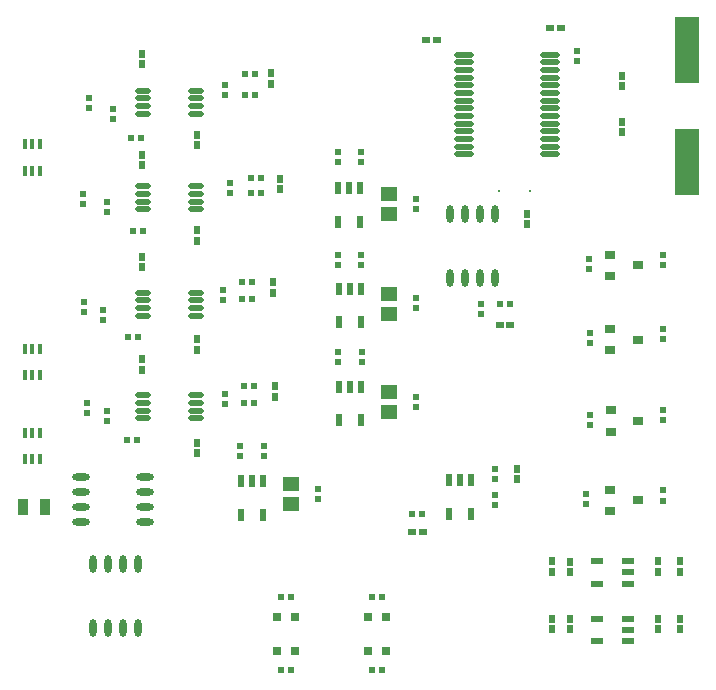
<source format=gtp>
G04 Layer_Color=8421504*
%FSLAX25Y25*%
%MOIN*%
G70*
G01*
G75*
%ADD11C,0.00787*%
%ADD12R,0.02362X0.02165*%
%ADD13R,0.03150X0.03150*%
%ADD14R,0.01575X0.03347*%
%ADD15O,0.05905X0.02362*%
%ADD16R,0.04331X0.02362*%
%ADD17R,0.03740X0.05512*%
%ADD18O,0.02362X0.05905*%
%ADD19R,0.03740X0.02559*%
%ADD20O,0.06496X0.01968*%
%ADD21O,0.05315X0.01968*%
%ADD22R,0.02165X0.02362*%
%ADD23R,0.02441X0.02598*%
%ADD24R,0.08268X0.22047*%
%ADD25R,0.02598X0.02441*%
%ADD26R,0.02362X0.04134*%
%ADD27R,0.05512X0.04724*%
D11*
X275996Y265354D02*
D03*
X286496D02*
D03*
D12*
X237106Y105512D02*
D03*
X233760D02*
D03*
X237106Y129921D02*
D03*
X233760D02*
D03*
X206791Y105512D02*
D03*
X203445D02*
D03*
X206791Y129921D02*
D03*
X203445D02*
D03*
X155217Y182283D02*
D03*
X151870D02*
D03*
X155610Y216535D02*
D03*
X152264D02*
D03*
X157185Y251969D02*
D03*
X153839D02*
D03*
X156791Y283071D02*
D03*
X153445D02*
D03*
X194587Y304331D02*
D03*
X191240D02*
D03*
X276279Y227559D02*
D03*
X279626D02*
D03*
X250492Y157480D02*
D03*
X247146D02*
D03*
X194193Y200394D02*
D03*
X190847D02*
D03*
Y194488D02*
D03*
X194193D02*
D03*
X193799Y235039D02*
D03*
X190453D02*
D03*
Y229134D02*
D03*
X193799D02*
D03*
X196555Y269685D02*
D03*
X193209D02*
D03*
Y264567D02*
D03*
X196555D02*
D03*
X191240Y297244D02*
D03*
X194587D02*
D03*
D13*
X232480Y111811D02*
D03*
X238386D02*
D03*
X232480Y123228D02*
D03*
X238386D02*
D03*
X202165D02*
D03*
X208071D02*
D03*
X202165Y111811D02*
D03*
X208071D02*
D03*
D14*
X123031Y280807D02*
D03*
X120472D02*
D03*
X117913D02*
D03*
Y271949D02*
D03*
X120472D02*
D03*
X123031D02*
D03*
Y212697D02*
D03*
X120472D02*
D03*
X117913D02*
D03*
Y203839D02*
D03*
X120472D02*
D03*
X123031D02*
D03*
Y184744D02*
D03*
X120472D02*
D03*
X117913D02*
D03*
Y175886D02*
D03*
X120472D02*
D03*
X123031D02*
D03*
D15*
X136614Y170098D02*
D03*
Y165098D02*
D03*
Y160098D02*
D03*
Y155098D02*
D03*
X157874Y170098D02*
D03*
Y165098D02*
D03*
Y160098D02*
D03*
Y155098D02*
D03*
D16*
X318898Y115157D02*
D03*
Y118898D02*
D03*
Y122638D02*
D03*
X308661D02*
D03*
Y115157D02*
D03*
X318898Y134449D02*
D03*
Y138189D02*
D03*
Y141929D02*
D03*
X308661D02*
D03*
Y134449D02*
D03*
D17*
X117224Y160098D02*
D03*
X124508D02*
D03*
D18*
X140532Y119685D02*
D03*
X145531D02*
D03*
X150531D02*
D03*
X155532D02*
D03*
X140532Y140945D02*
D03*
X145531D02*
D03*
X150531D02*
D03*
X155532D02*
D03*
X274823Y257480D02*
D03*
X269823D02*
D03*
X264823D02*
D03*
X259823D02*
D03*
X274823Y236221D02*
D03*
X269823D02*
D03*
X264823D02*
D03*
X259823D02*
D03*
D19*
X322342Y240551D02*
D03*
X313090Y237008D02*
D03*
Y244094D02*
D03*
X322244Y215748D02*
D03*
X312992Y212205D02*
D03*
Y219291D02*
D03*
X322441Y188583D02*
D03*
X313189Y185039D02*
D03*
Y192126D02*
D03*
X322342Y162205D02*
D03*
X313091Y158661D02*
D03*
Y165748D02*
D03*
D20*
X293012Y277461D02*
D03*
Y280020D02*
D03*
Y282579D02*
D03*
Y285138D02*
D03*
Y287697D02*
D03*
Y290256D02*
D03*
Y292815D02*
D03*
Y295374D02*
D03*
Y297933D02*
D03*
Y300492D02*
D03*
Y303051D02*
D03*
Y305610D02*
D03*
Y308169D02*
D03*
Y310728D02*
D03*
X264469Y277461D02*
D03*
Y280020D02*
D03*
Y282579D02*
D03*
Y285138D02*
D03*
Y287697D02*
D03*
Y290256D02*
D03*
Y292815D02*
D03*
Y295374D02*
D03*
Y297933D02*
D03*
Y300492D02*
D03*
Y303051D02*
D03*
Y305610D02*
D03*
Y308169D02*
D03*
Y310728D02*
D03*
D21*
X157185Y231398D02*
D03*
Y228839D02*
D03*
Y226279D02*
D03*
Y223721D02*
D03*
X175098Y231398D02*
D03*
Y228839D02*
D03*
Y226279D02*
D03*
Y223721D02*
D03*
X157185Y197146D02*
D03*
Y194587D02*
D03*
Y192027D02*
D03*
Y189469D02*
D03*
X175098Y197146D02*
D03*
Y194587D02*
D03*
Y192027D02*
D03*
Y189469D02*
D03*
X157185Y298721D02*
D03*
Y296161D02*
D03*
Y293602D02*
D03*
Y291043D02*
D03*
X175098Y298721D02*
D03*
Y296161D02*
D03*
Y293602D02*
D03*
Y291043D02*
D03*
X157185Y266831D02*
D03*
Y264272D02*
D03*
Y261713D02*
D03*
Y259154D02*
D03*
X175098Y266831D02*
D03*
Y264272D02*
D03*
Y261713D02*
D03*
Y259154D02*
D03*
D22*
X330709Y243799D02*
D03*
Y240453D02*
D03*
X305906Y242618D02*
D03*
Y239272D02*
D03*
X330709Y219390D02*
D03*
Y216043D02*
D03*
X306299Y217815D02*
D03*
Y214469D02*
D03*
X330709Y192224D02*
D03*
Y188878D02*
D03*
X306299Y190650D02*
D03*
Y187303D02*
D03*
X330709Y165453D02*
D03*
Y162106D02*
D03*
X305118Y164272D02*
D03*
Y160925D02*
D03*
X301969Y311909D02*
D03*
Y308563D02*
D03*
X270079Y224311D02*
D03*
Y227658D02*
D03*
X274803Y169291D02*
D03*
Y172638D02*
D03*
Y160531D02*
D03*
Y163878D02*
D03*
X189764Y180413D02*
D03*
Y177067D02*
D03*
X197638Y180413D02*
D03*
Y177067D02*
D03*
X215748Y165847D02*
D03*
Y162500D02*
D03*
X230315Y211516D02*
D03*
Y208169D02*
D03*
X222441Y211516D02*
D03*
Y208169D02*
D03*
X248425Y196555D02*
D03*
Y193209D02*
D03*
X222441Y243799D02*
D03*
Y240453D02*
D03*
X229921Y243799D02*
D03*
Y240453D02*
D03*
X248425Y229626D02*
D03*
Y226279D02*
D03*
X229921Y278346D02*
D03*
Y275000D02*
D03*
X222441Y278445D02*
D03*
Y275098D02*
D03*
X248425Y262697D02*
D03*
Y259350D02*
D03*
X184646Y197736D02*
D03*
Y194390D02*
D03*
X145276Y191831D02*
D03*
Y188484D02*
D03*
X138583Y194587D02*
D03*
Y191240D02*
D03*
X183858Y232382D02*
D03*
Y229035D02*
D03*
X137795Y228445D02*
D03*
Y225098D02*
D03*
X144095Y225689D02*
D03*
Y222342D02*
D03*
X186221Y267815D02*
D03*
Y264469D02*
D03*
X145276Y261516D02*
D03*
Y258169D02*
D03*
X137402Y264272D02*
D03*
Y260925D02*
D03*
X184646Y300492D02*
D03*
Y297146D02*
D03*
X147244Y292618D02*
D03*
Y289272D02*
D03*
X139370Y296161D02*
D03*
Y292815D02*
D03*
D23*
X293701Y122598D02*
D03*
Y119134D02*
D03*
X299606Y122598D02*
D03*
Y119134D02*
D03*
X336221Y122598D02*
D03*
Y119134D02*
D03*
X329134Y122598D02*
D03*
Y119134D02*
D03*
X293701Y141890D02*
D03*
Y138425D02*
D03*
X299606Y141732D02*
D03*
Y138268D02*
D03*
X336221Y141890D02*
D03*
Y138425D02*
D03*
X329134Y141890D02*
D03*
Y138425D02*
D03*
X316929Y284882D02*
D03*
Y288347D02*
D03*
Y303701D02*
D03*
Y300236D02*
D03*
X281890Y169134D02*
D03*
Y172598D02*
D03*
X285433Y257638D02*
D03*
Y254173D02*
D03*
X201181Y200157D02*
D03*
Y196693D02*
D03*
X175197Y181260D02*
D03*
Y177795D02*
D03*
X157087Y205748D02*
D03*
Y209213D02*
D03*
X200787Y234803D02*
D03*
Y231339D02*
D03*
X157087Y239843D02*
D03*
Y243307D02*
D03*
X175197Y215905D02*
D03*
Y212441D02*
D03*
X203150Y269449D02*
D03*
Y265984D02*
D03*
X157087Y273858D02*
D03*
Y277323D02*
D03*
X175197Y252126D02*
D03*
Y248661D02*
D03*
X200000Y304488D02*
D03*
Y301024D02*
D03*
X157087Y307480D02*
D03*
Y310945D02*
D03*
X175197Y284016D02*
D03*
Y280551D02*
D03*
D24*
X338583Y312402D02*
D03*
Y275000D02*
D03*
D25*
X255276Y315748D02*
D03*
X251811D02*
D03*
X276220Y220472D02*
D03*
X279685D02*
D03*
X247087Y151575D02*
D03*
X250551D02*
D03*
X293150Y319685D02*
D03*
X296614D02*
D03*
D26*
X266732Y157776D02*
D03*
X259252D02*
D03*
Y168996D02*
D03*
X262992D02*
D03*
X266732D02*
D03*
X197441Y157382D02*
D03*
X189961D02*
D03*
Y168602D02*
D03*
X193701D02*
D03*
X197441D02*
D03*
X230118Y188878D02*
D03*
X222638D02*
D03*
Y200098D02*
D03*
X226378D02*
D03*
X230118D02*
D03*
Y221555D02*
D03*
X222638D02*
D03*
Y232776D02*
D03*
X226378D02*
D03*
X230118D02*
D03*
X229724Y255020D02*
D03*
X222244D02*
D03*
Y266240D02*
D03*
X225984D02*
D03*
X229724D02*
D03*
D27*
X206693Y160827D02*
D03*
Y167520D02*
D03*
X239370Y191732D02*
D03*
Y198425D02*
D03*
Y224213D02*
D03*
Y230906D02*
D03*
Y257677D02*
D03*
Y264370D02*
D03*
M02*

</source>
